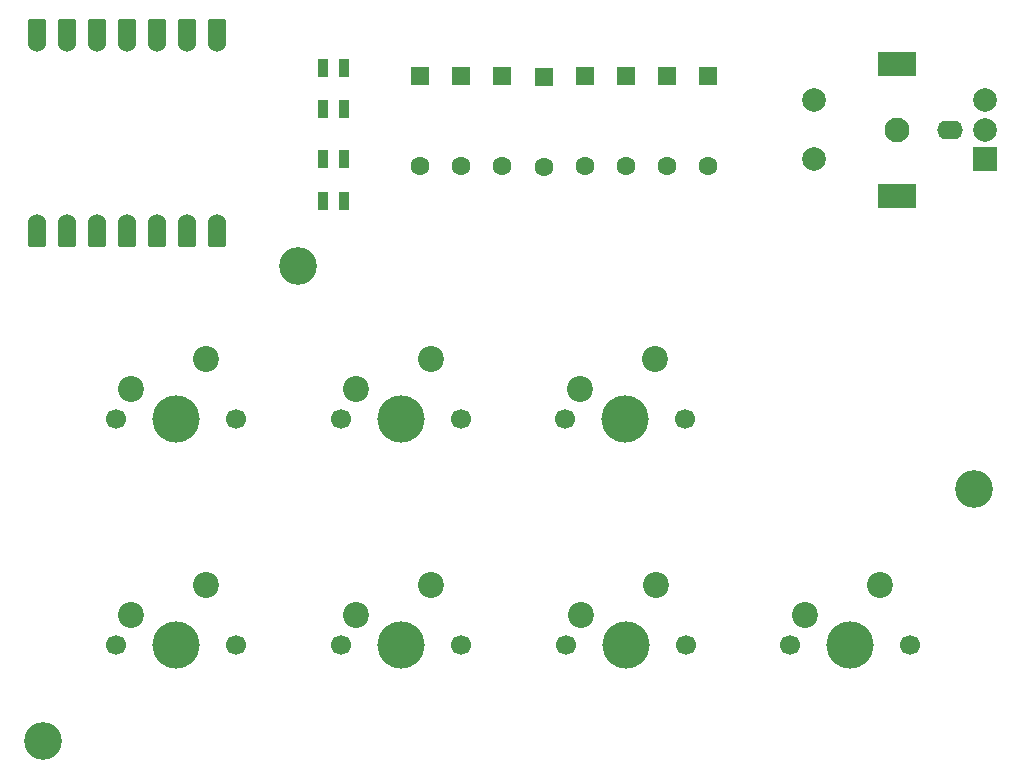
<source format=gbr>
G04 #@! TF.GenerationSoftware,KiCad,Pcbnew,9.0.7*
G04 #@! TF.CreationDate,2026-02-11T18:03:55+01:00*
G04 #@! TF.ProjectId,Schematic.kicad_pcb_2,53636865-6d61-4746-9963-2e6b69636164,rev?*
G04 #@! TF.SameCoordinates,Original*
G04 #@! TF.FileFunction,Soldermask,Top*
G04 #@! TF.FilePolarity,Negative*
%FSLAX46Y46*%
G04 Gerber Fmt 4.6, Leading zero omitted, Abs format (unit mm)*
G04 Created by KiCad (PCBNEW 9.0.7) date 2026-02-11 18:03:55*
%MOMM*%
%LPD*%
G01*
G04 APERTURE LIST*
G04 Aperture macros list*
%AMRoundRect*
0 Rectangle with rounded corners*
0 $1 Rounding radius*
0 $2 $3 $4 $5 $6 $7 $8 $9 X,Y pos of 4 corners*
0 Add a 4 corners polygon primitive as box body*
4,1,4,$2,$3,$4,$5,$6,$7,$8,$9,$2,$3,0*
0 Add four circle primitives for the rounded corners*
1,1,$1+$1,$2,$3*
1,1,$1+$1,$4,$5*
1,1,$1+$1,$6,$7*
1,1,$1+$1,$8,$9*
0 Add four rect primitives between the rounded corners*
20,1,$1+$1,$2,$3,$4,$5,0*
20,1,$1+$1,$4,$5,$6,$7,0*
20,1,$1+$1,$6,$7,$8,$9,0*
20,1,$1+$1,$8,$9,$2,$3,0*%
G04 Aperture macros list end*
%ADD10C,1.700000*%
%ADD11C,4.000000*%
%ADD12C,2.200000*%
%ADD13C,3.200000*%
%ADD14R,0.850000X1.600000*%
%ADD15RoundRect,0.250000X-0.550000X0.550000X-0.550000X-0.550000X0.550000X-0.550000X0.550000X0.550000X0*%
%ADD16C,1.600000*%
%ADD17RoundRect,0.152400X-0.609600X1.063600X-0.609600X-1.063600X0.609600X-1.063600X0.609600X1.063600X0*%
%ADD18C,1.524000*%
%ADD19RoundRect,0.152400X0.609600X-1.063600X0.609600X1.063600X-0.609600X1.063600X-0.609600X-1.063600X0*%
%ADD20O,2.200000X1.600000*%
%ADD21C,2.100000*%
%ADD22R,2.000000X2.000000*%
%ADD23C,2.000000*%
%ADD24R,3.200000X2.000000*%
G04 APERTURE END LIST*
D10*
G04 #@! TO.C,SW1*
X27670000Y-73080000D03*
D11*
X32750000Y-73080000D03*
D10*
X37830000Y-73080000D03*
D12*
X35290000Y-68000000D03*
X28940000Y-70540000D03*
G04 #@! TD*
D13*
G04 #@! TO.C,REF\u002A\u002A*
X100300000Y-59900000D03*
G04 #@! TD*
D14*
G04 #@! TO.C,D10*
X46962500Y-24250000D03*
X45212500Y-24250000D03*
X45212500Y-27750000D03*
X46962500Y-27750000D03*
G04 #@! TD*
D15*
G04 #@! TO.C,D3*
X70841071Y-24940000D03*
D16*
X70841071Y-32560000D03*
G04 #@! TD*
D10*
G04 #@! TO.C,SW5*
X46670000Y-54000000D03*
D11*
X51750000Y-54000000D03*
D10*
X56830000Y-54000000D03*
D12*
X54290000Y-48920000D03*
X47940000Y-51460000D03*
G04 #@! TD*
D10*
G04 #@! TO.C,SW2*
X46670000Y-73080000D03*
D11*
X51750000Y-73080000D03*
D10*
X56830000Y-73080000D03*
D12*
X54290000Y-68000000D03*
X47940000Y-70540000D03*
G04 #@! TD*
D17*
G04 #@! TO.C,U1*
X21000000Y-38205000D03*
D18*
X21000000Y-37370000D03*
D17*
X23540000Y-38205000D03*
D18*
X23540000Y-37370000D03*
D17*
X26080000Y-38205000D03*
D18*
X26080000Y-37370000D03*
D17*
X28620000Y-38205000D03*
D18*
X28620000Y-37370000D03*
D17*
X31160000Y-38205000D03*
D18*
X31160000Y-37370000D03*
D17*
X33700000Y-38205000D03*
D18*
X33700000Y-37370000D03*
D17*
X36240000Y-38205000D03*
D18*
X36240000Y-37370000D03*
X36240000Y-22130000D03*
D19*
X36240000Y-21295000D03*
D18*
X33700000Y-22130000D03*
D19*
X33700000Y-21295000D03*
D18*
X31160000Y-22130000D03*
D19*
X31160000Y-21295000D03*
D18*
X28620000Y-22130000D03*
D19*
X28620000Y-21295000D03*
D18*
X26080000Y-22130000D03*
D19*
X26080000Y-21295000D03*
D18*
X23540000Y-22130000D03*
D19*
X23540000Y-21295000D03*
D18*
X21000000Y-22130000D03*
D19*
X21000000Y-21295000D03*
G04 #@! TD*
D10*
G04 #@! TO.C,SW3*
X65730000Y-73080000D03*
D11*
X70810000Y-73080000D03*
D10*
X75890000Y-73080000D03*
D12*
X73350000Y-68000000D03*
X67000000Y-70540000D03*
G04 #@! TD*
D10*
G04 #@! TO.C,SW8*
X84730000Y-73080000D03*
D11*
X89810000Y-73080000D03*
D10*
X94890000Y-73080000D03*
D12*
X92350000Y-68000000D03*
X86000000Y-70540000D03*
G04 #@! TD*
D15*
G04 #@! TO.C,D4*
X67355357Y-24940000D03*
D16*
X67355357Y-32560000D03*
G04 #@! TD*
D10*
G04 #@! TO.C,SW6*
X65670000Y-54000000D03*
D11*
X70750000Y-54000000D03*
D10*
X75830000Y-54000000D03*
D12*
X73290000Y-48920000D03*
X66940000Y-51460000D03*
G04 #@! TD*
D15*
G04 #@! TO.C,D6*
X60383929Y-24940000D03*
D16*
X60383929Y-32560000D03*
G04 #@! TD*
D15*
G04 #@! TO.C,D1*
X77812500Y-24940000D03*
D16*
X77812500Y-32560000D03*
G04 #@! TD*
D15*
G04 #@! TO.C,D2*
X74326786Y-24940000D03*
D16*
X74326786Y-32560000D03*
G04 #@! TD*
D13*
G04 #@! TO.C,REF\u002A\u002A*
X43100000Y-41000000D03*
G04 #@! TD*
D14*
G04 #@! TO.C,D9*
X46962500Y-32000000D03*
X45212500Y-32000000D03*
X45212500Y-35500000D03*
X46962500Y-35500000D03*
G04 #@! TD*
D15*
G04 #@! TO.C,D5*
X63869643Y-25000000D03*
D16*
X63869643Y-32620000D03*
G04 #@! TD*
D10*
G04 #@! TO.C,SW4*
X27670000Y-54000000D03*
D11*
X32750000Y-54000000D03*
D10*
X37830000Y-54000000D03*
D12*
X35290000Y-48920000D03*
X28940000Y-51460000D03*
G04 #@! TD*
D15*
G04 #@! TO.C,D8*
X53412500Y-24940000D03*
D16*
X53412500Y-32560000D03*
G04 #@! TD*
D15*
G04 #@! TO.C,D7*
X56898214Y-24940000D03*
D16*
X56898214Y-32560000D03*
G04 #@! TD*
D20*
G04 #@! TO.C,SW7*
X98250000Y-29500000D03*
D21*
X93750000Y-29500000D03*
D22*
X101250000Y-32000000D03*
D23*
X101250000Y-27000000D03*
X101250000Y-29500000D03*
D24*
X93750000Y-35100000D03*
X93750000Y-23900000D03*
D23*
X86750000Y-27000000D03*
X86750000Y-32000000D03*
G04 #@! TD*
D13*
G04 #@! TO.C,REF\u002A\u002A*
X21500000Y-81200000D03*
G04 #@! TD*
M02*

</source>
